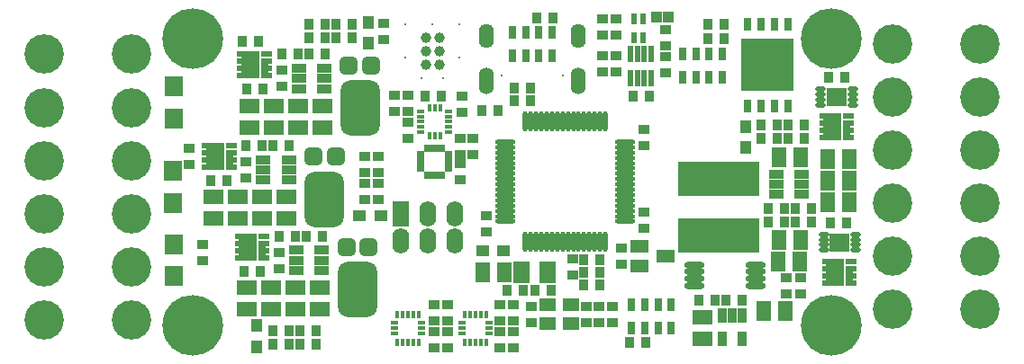
<source format=gts>
G04*
G04 #@! TF.GenerationSoftware,Altium Limited,Altium Designer,20.0.2 (26)*
G04*
G04 Layer_Color=8388736*
%FSLAX25Y25*%
%MOIN*%
G70*
G01*
G75*
%ADD26R,0.02375X0.04343*%
%ADD27C,0.03898*%
%ADD28R,0.05300X0.07300*%
%ADD29R,0.07300X0.05300*%
%ADD30R,0.03300X0.04300*%
%ADD31R,0.04300X0.03300*%
%ADD32R,0.04343X0.04343*%
%ADD33R,0.06312X0.05131*%
%ADD34R,0.05918X0.07887*%
%ADD35R,0.06902X0.10091*%
%ADD36R,0.02572X0.07414*%
%ADD37R,0.03950X0.02178*%
%ADD38R,0.19304X0.19698*%
%ADD39R,0.03044X0.04934*%
%ADD40R,0.03162X0.05131*%
%ADD41R,0.05131X0.03950*%
%ADD42R,0.03950X0.05131*%
%ADD43R,0.06706X0.04737*%
%ADD44R,0.02769X0.01784*%
%ADD45R,0.01784X0.02769*%
%ADD46R,0.01981X0.02572*%
%ADD47R,0.02572X0.01981*%
%ADD48R,0.06706X0.07493*%
%ADD49R,0.30328X0.12611*%
%ADD50R,0.05524X0.03556*%
G04:AMPARAMS|DCode=51|XSize=67.06mil|YSize=67.06mil|CornerRadius=18.76mil|HoleSize=0mil|Usage=FLASHONLY|Rotation=270.000|XOffset=0mil|YOffset=0mil|HoleType=Round|Shape=RoundedRectangle|*
%AMROUNDEDRECTD51*
21,1,0.06706,0.02953,0,0,270.0*
21,1,0.02953,0.06706,0,0,270.0*
1,1,0.03753,-0.01476,-0.01476*
1,1,0.03753,-0.01476,0.01476*
1,1,0.03753,0.01476,0.01476*
1,1,0.03753,0.01476,-0.01476*
%
%ADD51ROUNDEDRECTD51*%
G04:AMPARAMS|DCode=52|XSize=204.85mil|YSize=145.8mil|CornerRadius=38.45mil|HoleSize=0mil|Usage=FLASHONLY|Rotation=270.000|XOffset=0mil|YOffset=0mil|HoleType=Round|Shape=RoundedRectangle|*
%AMROUNDEDRECTD52*
21,1,0.20485,0.06890,0,0,270.0*
21,1,0.12795,0.14580,0,0,270.0*
1,1,0.07690,-0.03445,-0.06398*
1,1,0.07690,-0.03445,0.06398*
1,1,0.07690,0.03445,0.06398*
1,1,0.07690,0.03445,-0.06398*
%
%ADD52ROUNDEDRECTD52*%
%ADD53R,0.02454X0.05918*%
%ADD54R,0.03556X0.05524*%
%ADD55O,0.07493X0.01981*%
%ADD56O,0.01981X0.07493*%
%ADD57O,0.07493X0.02375*%
%ADD58O,0.03950X0.01784*%
%ADD59R,0.07493X0.07099*%
%ADD60O,0.06312X0.09461*%
%ADD61R,0.06312X0.09461*%
%ADD62C,0.14580*%
%ADD63C,0.01194*%
%ADD64C,0.00800*%
%ADD65O,0.05524X0.09068*%
%ADD66O,0.05524X0.09855*%
%ADD67C,0.22453*%
D26*
X48425Y53543D02*
D03*
Y60236D02*
D03*
X45276D02*
D03*
Y53543D02*
D03*
D27*
X-31890Y53425D02*
D03*
X-26890D02*
D03*
X-31890Y48425D02*
D03*
X-26890D02*
D03*
X-31890Y43425D02*
D03*
X-26890D02*
D03*
D28*
X-11024Y-33465D02*
D03*
X-3024D02*
D03*
X124866Y-7480D02*
D03*
X116866D02*
D03*
X124866Y394D02*
D03*
X116866D02*
D03*
X124866Y8268D02*
D03*
X116866D02*
D03*
X98756Y9055D02*
D03*
X106756D02*
D03*
X106756Y-21654D02*
D03*
X98756D02*
D03*
X106362Y-29528D02*
D03*
X98362D02*
D03*
X101244Y-48031D02*
D03*
X93244D02*
D03*
D29*
X70472Y-50331D02*
D03*
Y-58331D02*
D03*
X-97299Y28202D02*
D03*
Y20202D02*
D03*
X-110435Y-5654D02*
D03*
Y-13654D02*
D03*
X-98230Y-39260D02*
D03*
Y-47260D02*
D03*
X-88299Y28202D02*
D03*
Y20202D02*
D03*
X-101435Y-5654D02*
D03*
Y-13654D02*
D03*
X-89230Y-39260D02*
D03*
Y-47260D02*
D03*
X-79299Y28202D02*
D03*
Y20202D02*
D03*
X-92435Y-5654D02*
D03*
Y-13654D02*
D03*
X-80230Y-39260D02*
D03*
Y-47260D02*
D03*
X-70299Y28202D02*
D03*
Y20202D02*
D03*
X-83435Y-5654D02*
D03*
Y-13654D02*
D03*
X-71230Y-39260D02*
D03*
Y-47260D02*
D03*
D30*
X693Y30071D02*
D03*
X6693D02*
D03*
X693Y34795D02*
D03*
X6693D02*
D03*
X32400Y-28951D02*
D03*
X26400D02*
D03*
X32400Y-33676D02*
D03*
X26400D02*
D03*
X4181Y-40157D02*
D03*
X-1819D02*
D03*
X8417D02*
D03*
X14417D02*
D03*
X123866Y-15354D02*
D03*
X117866D02*
D03*
X123079Y38583D02*
D03*
X117079D02*
D03*
X94638Y-9843D02*
D03*
X100638D02*
D03*
X104874D02*
D03*
X110874D02*
D03*
X102000Y21000D02*
D03*
X108000D02*
D03*
X85283Y-44094D02*
D03*
X79283D02*
D03*
X-65187Y53294D02*
D03*
X-59187D02*
D03*
X-82441Y-55236D02*
D03*
X-88441D02*
D03*
X50638Y31890D02*
D03*
X44638D02*
D03*
X78591Y58268D02*
D03*
X72591D02*
D03*
X78591Y53150D02*
D03*
X72591D02*
D03*
X15205Y60630D02*
D03*
X9205D02*
D03*
X43500Y-59500D02*
D03*
X49500D02*
D03*
X-26165Y31890D02*
D03*
X-32165D02*
D03*
X32400Y-38400D02*
D03*
X26400D02*
D03*
X-11300Y26500D02*
D03*
X-5300D02*
D03*
X108000Y16000D02*
D03*
X102000D02*
D03*
X94638Y-14961D02*
D03*
X100638D02*
D03*
X98000Y21000D02*
D03*
X92000D02*
D03*
X98000Y16000D02*
D03*
X92000D02*
D03*
X104874Y-14961D02*
D03*
X110874D02*
D03*
X69047Y-44094D02*
D03*
X75047D02*
D03*
X-100000Y52000D02*
D03*
X-94000D02*
D03*
X-75187Y58294D02*
D03*
X-69187D02*
D03*
X-72441Y-60236D02*
D03*
X-78441D02*
D03*
X-79299Y47296D02*
D03*
X-85299D02*
D03*
X-92435Y13441D02*
D03*
X-98435D02*
D03*
X-80230Y-20165D02*
D03*
X-86230D02*
D03*
X-98299Y34296D02*
D03*
X-92299D02*
D03*
X-111435Y441D02*
D03*
X-105435D02*
D03*
X-99230Y-33165D02*
D03*
X-93230D02*
D03*
X-65187Y58294D02*
D03*
X-59187D02*
D03*
X-82441Y-60236D02*
D03*
X-88441D02*
D03*
X-75299Y47296D02*
D03*
X-69299D02*
D03*
X-88435Y13441D02*
D03*
X-82435D02*
D03*
X-76230Y-20165D02*
D03*
X-70230D02*
D03*
X-69187Y53294D02*
D03*
X-75187D02*
D03*
X-78441Y-55236D02*
D03*
X-72441D02*
D03*
D31*
X48819Y-11173D02*
D03*
Y-17173D02*
D03*
Y19535D02*
D03*
Y13535D02*
D03*
X-9449Y-18598D02*
D03*
Y-12598D02*
D03*
X7087Y-52213D02*
D03*
Y-46213D02*
D03*
X27559D02*
D03*
Y-52213D02*
D03*
X101575Y-35583D02*
D03*
Y-41583D02*
D03*
X106693Y-35583D02*
D03*
Y-41583D02*
D03*
X-54435Y-559D02*
D03*
Y-6559D02*
D03*
X56693Y46307D02*
D03*
Y40307D02*
D03*
X38583Y46701D02*
D03*
Y40701D02*
D03*
X500Y-61500D02*
D03*
Y-55500D02*
D03*
X-24000Y-61500D02*
D03*
Y-55500D02*
D03*
X-4500Y-45500D02*
D03*
Y-51500D02*
D03*
X-29000Y-45500D02*
D03*
Y-51500D02*
D03*
X500Y-45500D02*
D03*
Y-51500D02*
D03*
X-24000Y-45500D02*
D03*
Y-51500D02*
D03*
X-4500Y-61500D02*
D03*
Y-55500D02*
D03*
X-29000Y-61500D02*
D03*
Y-55500D02*
D03*
X-38500Y22000D02*
D03*
Y16000D02*
D03*
Y26000D02*
D03*
Y32000D02*
D03*
X-14535Y16055D02*
D03*
Y10055D02*
D03*
X-19260Y16055D02*
D03*
Y10055D02*
D03*
Y6606D02*
D03*
Y606D02*
D03*
X22313Y-34707D02*
D03*
Y-28707D02*
D03*
X-43500Y26000D02*
D03*
Y32000D02*
D03*
X-47700Y52600D02*
D03*
Y58600D02*
D03*
X40551Y-24559D02*
D03*
Y-30559D02*
D03*
X-18400Y31800D02*
D03*
Y25800D02*
D03*
X-119435Y6441D02*
D03*
Y12441D02*
D03*
X-114400Y-23300D02*
D03*
Y-29300D02*
D03*
X-49435Y9441D02*
D03*
Y3441D02*
D03*
Y-559D02*
D03*
Y-6559D02*
D03*
X-85299Y41296D02*
D03*
Y35296D02*
D03*
X-98435Y7441D02*
D03*
Y1441D02*
D03*
X-86230Y-26165D02*
D03*
Y-32165D02*
D03*
X-54435Y3441D02*
D03*
Y9441D02*
D03*
X32283Y-46213D02*
D03*
Y-52213D02*
D03*
X38500Y54500D02*
D03*
Y60500D02*
D03*
X33500Y54500D02*
D03*
Y60500D02*
D03*
X37008Y-52213D02*
D03*
Y-46213D02*
D03*
X56693Y56543D02*
D03*
Y50543D02*
D03*
X33465Y46701D02*
D03*
Y40701D02*
D03*
D32*
X53312Y61024D02*
D03*
X57712D02*
D03*
D33*
X21654Y-52756D02*
D03*
Y-45669D02*
D03*
X12992Y-52756D02*
D03*
Y-45669D02*
D03*
D34*
X13189Y-33465D02*
D03*
X3347D02*
D03*
D35*
X119587Y-33602D02*
D03*
X118504Y20472D02*
D03*
X-96874Y43296D02*
D03*
X-110010Y9441D02*
D03*
X-97805Y-24165D02*
D03*
D36*
X124891Y-34946D02*
D03*
X123808Y19129D02*
D03*
X-91570Y41953D02*
D03*
X-104706Y8098D02*
D03*
X-92501Y-25509D02*
D03*
D37*
X116732Y-29646D02*
D03*
Y-32283D02*
D03*
Y-34921D02*
D03*
Y-37559D02*
D03*
X125591D02*
D03*
Y-34921D02*
D03*
Y-32283D02*
D03*
Y-29646D02*
D03*
X115650Y24429D02*
D03*
Y21791D02*
D03*
Y19153D02*
D03*
Y16516D02*
D03*
X124508D02*
D03*
Y19153D02*
D03*
Y21791D02*
D03*
Y24429D02*
D03*
X-99728Y47253D02*
D03*
Y44615D02*
D03*
Y41977D02*
D03*
Y39339D02*
D03*
X-90870D02*
D03*
Y41977D02*
D03*
Y44615D02*
D03*
Y47253D02*
D03*
X-112864Y13398D02*
D03*
Y10760D02*
D03*
Y8122D02*
D03*
Y5484D02*
D03*
X-104006D02*
D03*
Y8122D02*
D03*
Y10760D02*
D03*
Y13398D02*
D03*
X-100660Y-20209D02*
D03*
Y-22847D02*
D03*
Y-25484D02*
D03*
Y-28122D02*
D03*
X-91801D02*
D03*
Y-25484D02*
D03*
Y-22847D02*
D03*
Y-20209D02*
D03*
D38*
X94488Y43307D02*
D03*
D39*
X86988Y58563D02*
D03*
X91988D02*
D03*
X96988D02*
D03*
X101988D02*
D03*
Y28051D02*
D03*
X96988D02*
D03*
X91988D02*
D03*
X86988D02*
D03*
D40*
X77854Y47244D02*
D03*
X72933D02*
D03*
X68012D02*
D03*
X63090D02*
D03*
X77854Y38583D02*
D03*
X72933D02*
D03*
X68012D02*
D03*
X63090D02*
D03*
X14862Y55512D02*
D03*
X9941D02*
D03*
X5020D02*
D03*
X98D02*
D03*
X14862Y46850D02*
D03*
X9941D02*
D03*
X5020D02*
D03*
X98D02*
D03*
X44118Y-54331D02*
D03*
X49039D02*
D03*
X53961D02*
D03*
X58882D02*
D03*
X44118Y-45669D02*
D03*
X49039D02*
D03*
X53961D02*
D03*
X58882D02*
D03*
D41*
X-11024Y-25591D02*
D03*
X-3150D02*
D03*
X-48561Y-12559D02*
D03*
X-56435D02*
D03*
D42*
X86614Y20472D02*
D03*
Y12598D02*
D03*
X-53187Y59168D02*
D03*
Y51294D02*
D03*
X-94441Y-61110D02*
D03*
Y-53236D02*
D03*
D43*
X47244Y-31299D02*
D03*
Y-23819D02*
D03*
X56693Y-27559D02*
D03*
D44*
X-18618Y-52362D02*
D03*
Y-54331D02*
D03*
Y-56299D02*
D03*
X-8382D02*
D03*
Y-52362D02*
D03*
Y-54331D02*
D03*
X-43701Y-52362D02*
D03*
Y-54331D02*
D03*
Y-56299D02*
D03*
X-33465D02*
D03*
Y-52362D02*
D03*
Y-54331D02*
D03*
X-23547Y18323D02*
D03*
Y20291D02*
D03*
Y22260D02*
D03*
Y24228D02*
D03*
Y26197D02*
D03*
X-33784D02*
D03*
Y24228D02*
D03*
Y22260D02*
D03*
Y20291D02*
D03*
Y18323D02*
D03*
D45*
X-17437Y-59449D02*
D03*
X-15469D02*
D03*
X-13500D02*
D03*
X-11531D02*
D03*
X-9563D02*
D03*
Y-49213D02*
D03*
X-11531D02*
D03*
X-13500D02*
D03*
X-15469D02*
D03*
X-17437D02*
D03*
X-42520Y-59449D02*
D03*
X-40551D02*
D03*
X-38583D02*
D03*
X-36614D02*
D03*
X-34646D02*
D03*
Y-49213D02*
D03*
X-36614D02*
D03*
X-38583D02*
D03*
X-40551D02*
D03*
X-42520D02*
D03*
X-30634Y17142D02*
D03*
X-28665D02*
D03*
X-26697D02*
D03*
Y27378D02*
D03*
X-30634D02*
D03*
X-28665D02*
D03*
D46*
X-31661Y2524D02*
D03*
X-29693Y12563D02*
D03*
X-31661D02*
D03*
X-27724D02*
D03*
X-25756D02*
D03*
Y2524D02*
D03*
X-27724D02*
D03*
X-29693D02*
D03*
D47*
X-33728Y4591D02*
D03*
Y6559D02*
D03*
Y8528D02*
D03*
Y10496D02*
D03*
X-23689Y10496D02*
D03*
Y8528D02*
D03*
Y6559D02*
D03*
Y4591D02*
D03*
D48*
X-125197Y23485D02*
D03*
Y35296D02*
D03*
X-125591Y-7874D02*
D03*
Y3937D02*
D03*
X-125197Y-35039D02*
D03*
Y-23228D02*
D03*
D49*
X76378Y1181D02*
D03*
Y-20079D02*
D03*
D50*
X107087Y-984D02*
D03*
X97638Y2756D02*
D03*
Y-984D02*
D03*
Y-4724D02*
D03*
X107087D02*
D03*
Y2756D02*
D03*
X-69575Y38296D02*
D03*
X-79024Y42036D02*
D03*
Y38296D02*
D03*
Y34556D02*
D03*
X-69575D02*
D03*
Y42036D02*
D03*
X-82711Y4441D02*
D03*
X-92159Y8181D02*
D03*
Y4441D02*
D03*
Y701D02*
D03*
X-82711D02*
D03*
Y8181D02*
D03*
X-70506Y-29165D02*
D03*
X-79955Y-25425D02*
D03*
Y-29165D02*
D03*
Y-32906D02*
D03*
X-70506D02*
D03*
Y-25425D02*
D03*
D51*
X-52205Y43170D02*
D03*
X-60394D02*
D03*
X-65341Y9315D02*
D03*
X-73529D02*
D03*
X-53136Y-24291D02*
D03*
X-61325D02*
D03*
D52*
X-56299Y27422D02*
D03*
X-69435Y-6433D02*
D03*
X-57230Y-40039D02*
D03*
D53*
X43799Y38287D02*
D03*
X46358D02*
D03*
X48917D02*
D03*
X51476D02*
D03*
Y47539D02*
D03*
X48917D02*
D03*
X46358D02*
D03*
X43799D02*
D03*
D54*
X81496Y-49606D02*
D03*
X77756Y-58268D02*
D03*
X85236D02*
D03*
X85236Y-49606D02*
D03*
X77756D02*
D03*
D55*
X-2559Y-14764D02*
D03*
Y-12795D02*
D03*
Y-10827D02*
D03*
Y-8858D02*
D03*
Y-6890D02*
D03*
Y-4921D02*
D03*
Y-2953D02*
D03*
Y-984D02*
D03*
Y984D02*
D03*
Y2953D02*
D03*
Y4921D02*
D03*
Y6890D02*
D03*
Y8858D02*
D03*
Y10827D02*
D03*
Y12795D02*
D03*
Y14764D02*
D03*
X41929D02*
D03*
Y12795D02*
D03*
Y10827D02*
D03*
Y8858D02*
D03*
Y6890D02*
D03*
Y4921D02*
D03*
Y2953D02*
D03*
Y984D02*
D03*
Y-984D02*
D03*
Y-2953D02*
D03*
Y-4921D02*
D03*
Y-6890D02*
D03*
Y-8858D02*
D03*
Y-10827D02*
D03*
Y-12795D02*
D03*
Y-14764D02*
D03*
D56*
X4921Y22244D02*
D03*
X6890D02*
D03*
X8858D02*
D03*
X10827D02*
D03*
X12795D02*
D03*
X14764D02*
D03*
X16732D02*
D03*
X18701D02*
D03*
X20669D02*
D03*
X22638D02*
D03*
X24606D02*
D03*
X26575D02*
D03*
X28543D02*
D03*
X30512D02*
D03*
X32480D02*
D03*
X34449D02*
D03*
Y-22244D02*
D03*
X32480D02*
D03*
X30512D02*
D03*
X28543D02*
D03*
X26575D02*
D03*
X24606D02*
D03*
X22638D02*
D03*
X20669D02*
D03*
X18701D02*
D03*
X16732D02*
D03*
X14764D02*
D03*
X12795D02*
D03*
X10827D02*
D03*
X8858D02*
D03*
X6890D02*
D03*
X4921D02*
D03*
D57*
X89961Y-38484D02*
D03*
Y-35925D02*
D03*
Y-33366D02*
D03*
Y-30807D02*
D03*
X67520Y-38484D02*
D03*
Y-35925D02*
D03*
Y-33366D02*
D03*
Y-30807D02*
D03*
D58*
X115354Y-25394D02*
D03*
Y-23425D02*
D03*
Y-21457D02*
D03*
Y-19488D02*
D03*
X127165D02*
D03*
Y-21457D02*
D03*
Y-23425D02*
D03*
X127166Y-25394D02*
D03*
X114173Y28543D02*
D03*
Y30512D02*
D03*
Y32480D02*
D03*
Y34449D02*
D03*
X125984D02*
D03*
Y32480D02*
D03*
Y30512D02*
D03*
X125985Y28543D02*
D03*
D59*
X121260Y-22441D02*
D03*
X120079Y31496D02*
D03*
D60*
X-21102Y-12047D02*
D03*
X-31102D02*
D03*
X-41102Y-22047D02*
D03*
X-31102D02*
D03*
X-21102D02*
D03*
D61*
X-41102Y-12047D02*
D03*
D62*
X140945Y51181D02*
D03*
X173228D02*
D03*
Y-47244D02*
D03*
Y-27559D02*
D03*
Y-7874D02*
D03*
Y11811D02*
D03*
Y31496D02*
D03*
X140945D02*
D03*
Y11811D02*
D03*
Y-7874D02*
D03*
Y-27559D02*
D03*
Y-47244D02*
D03*
X-140945Y-51181D02*
D03*
X-173228D02*
D03*
Y47244D02*
D03*
Y27559D02*
D03*
Y7874D02*
D03*
Y-11811D02*
D03*
Y-31496D02*
D03*
X-140945D02*
D03*
Y-11811D02*
D03*
Y7874D02*
D03*
Y27559D02*
D03*
Y47244D02*
D03*
D63*
X-29390Y58425D02*
D03*
X-25390Y38425D02*
D03*
X-33390D02*
D03*
X-19390Y58425D02*
D03*
X-39390D02*
D03*
X-19390Y45925D02*
D03*
X-39390D02*
D03*
D64*
X18858Y39449D02*
D03*
X-3898D02*
D03*
D65*
X-9528Y53937D02*
D03*
X24488D02*
D03*
D66*
X-9528Y37480D02*
D03*
X24488D02*
D03*
D67*
X118110Y-53150D02*
D03*
Y53150D02*
D03*
X-118110D02*
D03*
Y-53150D02*
D03*
M02*

</source>
